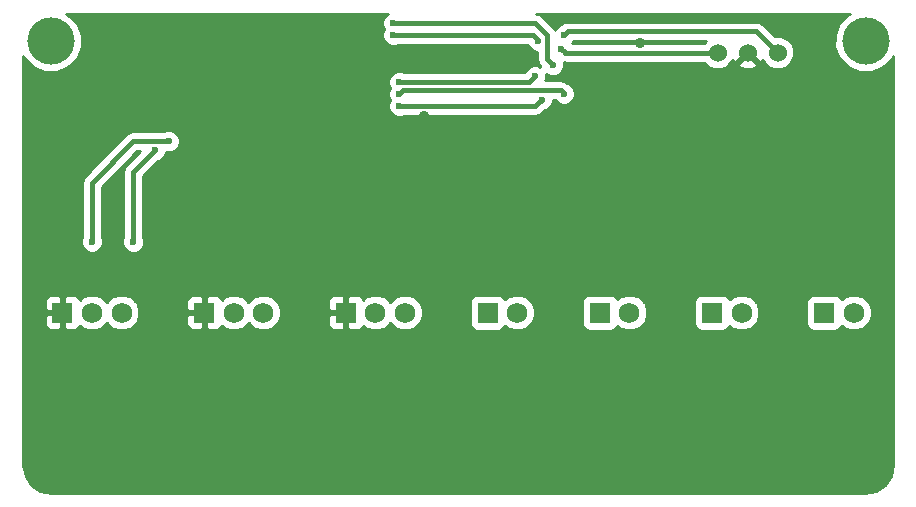
<source format=gbr>
G04 #@! TF.FileFunction,Copper,L2,Bot,Signal*
%FSLAX46Y46*%
G04 Gerber Fmt 4.6, Leading zero omitted, Abs format (unit mm)*
G04 Created by KiCad (PCBNEW 4.0.7-e2-6376~58~ubuntu16.04.1) date Wed Dec 26 14:08:54 2018*
%MOMM*%
%LPD*%
G01*
G04 APERTURE LIST*
%ADD10C,0.100000*%
%ADD11C,1.524000*%
%ADD12R,1.750000X1.750000*%
%ADD13C,1.750000*%
%ADD14C,4.000000*%
%ADD15C,0.900000*%
%ADD16C,0.600000*%
%ADD17C,0.400000*%
%ADD18C,0.254000*%
G04 APERTURE END LIST*
D10*
D11*
X200460000Y-91000000D03*
X203000000Y-91000000D03*
X205540000Y-91000000D03*
D12*
X145000000Y-113000000D03*
D13*
X147500000Y-113000000D03*
X150000000Y-113000000D03*
D12*
X157000000Y-113000000D03*
D13*
X159500000Y-113000000D03*
X162000000Y-113000000D03*
D12*
X169000000Y-113000000D03*
D13*
X171500000Y-113000000D03*
X174000000Y-113000000D03*
D12*
X181000000Y-113000000D03*
D13*
X183500000Y-113000000D03*
D12*
X190500000Y-113000000D03*
D13*
X193000000Y-113000000D03*
D12*
X200000000Y-113000000D03*
D13*
X202500000Y-113000000D03*
D12*
X209500000Y-113000000D03*
D13*
X212000000Y-113000000D03*
D14*
X144000000Y-90000000D03*
X213000000Y-90000000D03*
D15*
X193725000Y-93500000D03*
X194500000Y-97000000D03*
X175640925Y-96350010D03*
X157000000Y-92000000D03*
X175451014Y-90701165D03*
X180814289Y-90977649D03*
X193859075Y-90149990D03*
X212500000Y-106000000D03*
X203000000Y-106000000D03*
X193500000Y-106000000D03*
X184000000Y-106000000D03*
X175000000Y-104000000D03*
X163000000Y-104000000D03*
X163000000Y-93000000D03*
X144175000Y-97000000D03*
D16*
X147500000Y-107000000D03*
X154000000Y-98500000D03*
X173500000Y-93500000D03*
X185000000Y-93000000D03*
X152795312Y-99280999D03*
X187471190Y-94471026D03*
X151000000Y-107000000D03*
X173500000Y-94500000D03*
X186517596Y-92057086D03*
X173000000Y-88500000D03*
X185299990Y-90000000D03*
X173000000Y-89500000D03*
X187225000Y-90674990D03*
X187500000Y-89500000D03*
X185565133Y-94976714D03*
X173500000Y-95500000D03*
D17*
X147500000Y-102000000D02*
X147500000Y-107000000D01*
X151000000Y-98500000D02*
X147500000Y-102000000D01*
X154000000Y-98500000D02*
X151000000Y-98500000D01*
X184500000Y-93500000D02*
X173500000Y-93500000D01*
X185000000Y-93000000D02*
X184500000Y-93500000D01*
X152495313Y-99580998D02*
X152795312Y-99280999D01*
X151000000Y-101076311D02*
X152495313Y-99580998D01*
X151000000Y-107000000D02*
X151000000Y-101076311D01*
X173849710Y-94150290D02*
X187150454Y-94150290D01*
X173500000Y-94500000D02*
X173849710Y-94150290D01*
X187150454Y-94150290D02*
X187171191Y-94171027D01*
X187171191Y-94171027D02*
X187471190Y-94471026D01*
X186000000Y-89500000D02*
X186000000Y-91539491D01*
X186000000Y-91539491D02*
X186517596Y-92057087D01*
X185000000Y-88500000D02*
X186000000Y-89500000D01*
X173000000Y-88500000D02*
X185000000Y-88500000D01*
X184999991Y-89700001D02*
X185299990Y-90000000D01*
X173000000Y-89500000D02*
X184799990Y-89500000D01*
X184799990Y-89500000D02*
X184999991Y-89700001D01*
X187550010Y-91000000D02*
X187524999Y-90974989D01*
X200460000Y-91000000D02*
X187550010Y-91000000D01*
X187524999Y-90974989D02*
X187225000Y-90674990D01*
X203740001Y-89200001D02*
X204778001Y-90238001D01*
X187500000Y-89500000D02*
X187799999Y-89200001D01*
X187799999Y-89200001D02*
X203740001Y-89200001D01*
X204778001Y-90238001D02*
X205540000Y-91000000D01*
X185265134Y-95276713D02*
X185565133Y-94976714D01*
X185041847Y-95500000D02*
X185265134Y-95276713D01*
X173500000Y-95500000D02*
X185041847Y-95500000D01*
D18*
G36*
X172471057Y-87706883D02*
X172207808Y-87969673D01*
X172065162Y-88313201D01*
X172064838Y-88685167D01*
X172195069Y-89000351D01*
X172065162Y-89313201D01*
X172064838Y-89685167D01*
X172206883Y-90028943D01*
X172469673Y-90292192D01*
X172813201Y-90434838D01*
X173185167Y-90435162D01*
X173427578Y-90335000D01*
X184426738Y-90335000D01*
X184506873Y-90528943D01*
X184769663Y-90792192D01*
X185113191Y-90934838D01*
X185165000Y-90934883D01*
X185165000Y-91539491D01*
X185228561Y-91859032D01*
X185237172Y-91871919D01*
X185409566Y-92129925D01*
X185457001Y-92177360D01*
X185186799Y-92065162D01*
X184814833Y-92064838D01*
X184471057Y-92206883D01*
X184207808Y-92469673D01*
X184126701Y-92665000D01*
X173927234Y-92665000D01*
X173686799Y-92565162D01*
X173314833Y-92564838D01*
X172971057Y-92706883D01*
X172707808Y-92969673D01*
X172565162Y-93313201D01*
X172564838Y-93685167D01*
X172695069Y-94000351D01*
X172565162Y-94313201D01*
X172564838Y-94685167D01*
X172695069Y-95000351D01*
X172565162Y-95313201D01*
X172564838Y-95685167D01*
X172706883Y-96028943D01*
X172969673Y-96292192D01*
X173313201Y-96434838D01*
X173685167Y-96435162D01*
X173927578Y-96335000D01*
X185041847Y-96335000D01*
X185361388Y-96271439D01*
X185632281Y-96090434D01*
X185853468Y-95869248D01*
X186094076Y-95769831D01*
X186357325Y-95507041D01*
X186499971Y-95163513D01*
X186500126Y-94985290D01*
X186672008Y-94985290D01*
X186678073Y-94999969D01*
X186940863Y-95263218D01*
X187284391Y-95405864D01*
X187656357Y-95406188D01*
X188000133Y-95264143D01*
X188263382Y-95001353D01*
X188406028Y-94657825D01*
X188406352Y-94285859D01*
X188264307Y-93942083D01*
X188001517Y-93678834D01*
X187759280Y-93578248D01*
X187740888Y-93559856D01*
X187651307Y-93500000D01*
X187469995Y-93378851D01*
X187150454Y-93315290D01*
X185881484Y-93315290D01*
X185934838Y-93186799D01*
X185935162Y-92814833D01*
X185922646Y-92784542D01*
X185987269Y-92849278D01*
X186330797Y-92991924D01*
X186702763Y-92992248D01*
X187046539Y-92850203D01*
X187309788Y-92587413D01*
X187452434Y-92243885D01*
X187452758Y-91871919D01*
X187427429Y-91810617D01*
X187550010Y-91835000D01*
X199319609Y-91835000D01*
X199667630Y-92183629D01*
X200180900Y-92396757D01*
X200736661Y-92397242D01*
X201250303Y-92185010D01*
X201455457Y-91980213D01*
X202199392Y-91980213D01*
X202268857Y-92222397D01*
X202792302Y-92409144D01*
X203347368Y-92381362D01*
X203731143Y-92222397D01*
X203800608Y-91980213D01*
X203000000Y-91179605D01*
X202199392Y-91980213D01*
X201455457Y-91980213D01*
X201643629Y-91792370D01*
X201723395Y-91600273D01*
X201777603Y-91731143D01*
X202019787Y-91800608D01*
X202820395Y-91000000D01*
X202806253Y-90985858D01*
X202985858Y-90806253D01*
X203000000Y-90820395D01*
X203014143Y-90806253D01*
X203193748Y-90985858D01*
X203179605Y-91000000D01*
X203980213Y-91800608D01*
X204222397Y-91731143D01*
X204272509Y-91590682D01*
X204354990Y-91790303D01*
X204747630Y-92183629D01*
X205260900Y-92396757D01*
X205816661Y-92397242D01*
X206330303Y-92185010D01*
X206723629Y-91792370D01*
X206936757Y-91279100D01*
X206937242Y-90723339D01*
X206725010Y-90209697D01*
X206332370Y-89816371D01*
X205819100Y-89603243D01*
X205323679Y-89602811D01*
X204330435Y-88609567D01*
X204242060Y-88550517D01*
X204059542Y-88428562D01*
X203740001Y-88365001D01*
X187799999Y-88365001D01*
X187480459Y-88428561D01*
X187214401Y-88606335D01*
X186971057Y-88706883D01*
X186707808Y-88969673D01*
X186678215Y-89040940D01*
X186590434Y-88909566D01*
X185590434Y-87909566D01*
X185576414Y-87900198D01*
X185319541Y-87728561D01*
X185100546Y-87685000D01*
X211702601Y-87685000D01*
X211509342Y-87764853D01*
X210767458Y-88505443D01*
X210365458Y-89473567D01*
X210364543Y-90521834D01*
X210764853Y-91490658D01*
X211505443Y-92232542D01*
X212473567Y-92634542D01*
X213521834Y-92635457D01*
X214490658Y-92235147D01*
X215232542Y-91494557D01*
X215315000Y-91295976D01*
X215315000Y-125932533D01*
X215126383Y-126880775D01*
X214627463Y-127627463D01*
X213880777Y-128126383D01*
X212932533Y-128315000D01*
X144067467Y-128315000D01*
X143119225Y-128126383D01*
X142372537Y-127627463D01*
X141873617Y-126880777D01*
X141685000Y-125932533D01*
X141685000Y-113285750D01*
X143490000Y-113285750D01*
X143490000Y-114001310D01*
X143586673Y-114234699D01*
X143765302Y-114413327D01*
X143998691Y-114510000D01*
X144714250Y-114510000D01*
X144873000Y-114351250D01*
X144873000Y-113127000D01*
X143648750Y-113127000D01*
X143490000Y-113285750D01*
X141685000Y-113285750D01*
X141685000Y-111998690D01*
X143490000Y-111998690D01*
X143490000Y-112714250D01*
X143648750Y-112873000D01*
X144873000Y-112873000D01*
X144873000Y-111648750D01*
X145127000Y-111648750D01*
X145127000Y-112873000D01*
X145147000Y-112873000D01*
X145147000Y-113127000D01*
X145127000Y-113127000D01*
X145127000Y-114351250D01*
X145285750Y-114510000D01*
X146001309Y-114510000D01*
X146234698Y-114413327D01*
X146413327Y-114234699D01*
X146467760Y-114103286D01*
X146643537Y-114279370D01*
X147198325Y-114509738D01*
X147799040Y-114510262D01*
X148354229Y-114280862D01*
X148750318Y-113885464D01*
X149143537Y-114279370D01*
X149698325Y-114509738D01*
X150299040Y-114510262D01*
X150854229Y-114280862D01*
X151279370Y-113856463D01*
X151509738Y-113301675D01*
X151509751Y-113285750D01*
X155490000Y-113285750D01*
X155490000Y-114001310D01*
X155586673Y-114234699D01*
X155765302Y-114413327D01*
X155998691Y-114510000D01*
X156714250Y-114510000D01*
X156873000Y-114351250D01*
X156873000Y-113127000D01*
X155648750Y-113127000D01*
X155490000Y-113285750D01*
X151509751Y-113285750D01*
X151510262Y-112700960D01*
X151280862Y-112145771D01*
X151134038Y-111998690D01*
X155490000Y-111998690D01*
X155490000Y-112714250D01*
X155648750Y-112873000D01*
X156873000Y-112873000D01*
X156873000Y-111648750D01*
X157127000Y-111648750D01*
X157127000Y-112873000D01*
X157147000Y-112873000D01*
X157147000Y-113127000D01*
X157127000Y-113127000D01*
X157127000Y-114351250D01*
X157285750Y-114510000D01*
X158001309Y-114510000D01*
X158234698Y-114413327D01*
X158413327Y-114234699D01*
X158467760Y-114103286D01*
X158643537Y-114279370D01*
X159198325Y-114509738D01*
X159799040Y-114510262D01*
X160354229Y-114280862D01*
X160750318Y-113885464D01*
X161143537Y-114279370D01*
X161698325Y-114509738D01*
X162299040Y-114510262D01*
X162854229Y-114280862D01*
X163279370Y-113856463D01*
X163509738Y-113301675D01*
X163509751Y-113285750D01*
X167490000Y-113285750D01*
X167490000Y-114001310D01*
X167586673Y-114234699D01*
X167765302Y-114413327D01*
X167998691Y-114510000D01*
X168714250Y-114510000D01*
X168873000Y-114351250D01*
X168873000Y-113127000D01*
X167648750Y-113127000D01*
X167490000Y-113285750D01*
X163509751Y-113285750D01*
X163510262Y-112700960D01*
X163280862Y-112145771D01*
X163134038Y-111998690D01*
X167490000Y-111998690D01*
X167490000Y-112714250D01*
X167648750Y-112873000D01*
X168873000Y-112873000D01*
X168873000Y-111648750D01*
X169127000Y-111648750D01*
X169127000Y-112873000D01*
X169147000Y-112873000D01*
X169147000Y-113127000D01*
X169127000Y-113127000D01*
X169127000Y-114351250D01*
X169285750Y-114510000D01*
X170001309Y-114510000D01*
X170234698Y-114413327D01*
X170413327Y-114234699D01*
X170467760Y-114103286D01*
X170643537Y-114279370D01*
X171198325Y-114509738D01*
X171799040Y-114510262D01*
X172354229Y-114280862D01*
X172750318Y-113885464D01*
X173143537Y-114279370D01*
X173698325Y-114509738D01*
X174299040Y-114510262D01*
X174854229Y-114280862D01*
X175279370Y-113856463D01*
X175509738Y-113301675D01*
X175510262Y-112700960D01*
X175280862Y-112145771D01*
X175260128Y-112125000D01*
X179477560Y-112125000D01*
X179477560Y-113875000D01*
X179521838Y-114110317D01*
X179660910Y-114326441D01*
X179873110Y-114471431D01*
X180125000Y-114522440D01*
X181875000Y-114522440D01*
X182110317Y-114478162D01*
X182326441Y-114339090D01*
X182471431Y-114126890D01*
X182474786Y-114110324D01*
X182643537Y-114279370D01*
X183198325Y-114509738D01*
X183799040Y-114510262D01*
X184354229Y-114280862D01*
X184779370Y-113856463D01*
X185009738Y-113301675D01*
X185010262Y-112700960D01*
X184780862Y-112145771D01*
X184760128Y-112125000D01*
X188977560Y-112125000D01*
X188977560Y-113875000D01*
X189021838Y-114110317D01*
X189160910Y-114326441D01*
X189373110Y-114471431D01*
X189625000Y-114522440D01*
X191375000Y-114522440D01*
X191610317Y-114478162D01*
X191826441Y-114339090D01*
X191971431Y-114126890D01*
X191974786Y-114110324D01*
X192143537Y-114279370D01*
X192698325Y-114509738D01*
X193299040Y-114510262D01*
X193854229Y-114280862D01*
X194279370Y-113856463D01*
X194509738Y-113301675D01*
X194510262Y-112700960D01*
X194280862Y-112145771D01*
X194260128Y-112125000D01*
X198477560Y-112125000D01*
X198477560Y-113875000D01*
X198521838Y-114110317D01*
X198660910Y-114326441D01*
X198873110Y-114471431D01*
X199125000Y-114522440D01*
X200875000Y-114522440D01*
X201110317Y-114478162D01*
X201326441Y-114339090D01*
X201471431Y-114126890D01*
X201474786Y-114110324D01*
X201643537Y-114279370D01*
X202198325Y-114509738D01*
X202799040Y-114510262D01*
X203354229Y-114280862D01*
X203779370Y-113856463D01*
X204009738Y-113301675D01*
X204010262Y-112700960D01*
X203780862Y-112145771D01*
X203760128Y-112125000D01*
X207977560Y-112125000D01*
X207977560Y-113875000D01*
X208021838Y-114110317D01*
X208160910Y-114326441D01*
X208373110Y-114471431D01*
X208625000Y-114522440D01*
X210375000Y-114522440D01*
X210610317Y-114478162D01*
X210826441Y-114339090D01*
X210971431Y-114126890D01*
X210974786Y-114110324D01*
X211143537Y-114279370D01*
X211698325Y-114509738D01*
X212299040Y-114510262D01*
X212854229Y-114280862D01*
X213279370Y-113856463D01*
X213509738Y-113301675D01*
X213510262Y-112700960D01*
X213280862Y-112145771D01*
X212856463Y-111720630D01*
X212301675Y-111490262D01*
X211700960Y-111489738D01*
X211145771Y-111719138D01*
X210976897Y-111887717D01*
X210839090Y-111673559D01*
X210626890Y-111528569D01*
X210375000Y-111477560D01*
X208625000Y-111477560D01*
X208389683Y-111521838D01*
X208173559Y-111660910D01*
X208028569Y-111873110D01*
X207977560Y-112125000D01*
X203760128Y-112125000D01*
X203356463Y-111720630D01*
X202801675Y-111490262D01*
X202200960Y-111489738D01*
X201645771Y-111719138D01*
X201476897Y-111887717D01*
X201339090Y-111673559D01*
X201126890Y-111528569D01*
X200875000Y-111477560D01*
X199125000Y-111477560D01*
X198889683Y-111521838D01*
X198673559Y-111660910D01*
X198528569Y-111873110D01*
X198477560Y-112125000D01*
X194260128Y-112125000D01*
X193856463Y-111720630D01*
X193301675Y-111490262D01*
X192700960Y-111489738D01*
X192145771Y-111719138D01*
X191976897Y-111887717D01*
X191839090Y-111673559D01*
X191626890Y-111528569D01*
X191375000Y-111477560D01*
X189625000Y-111477560D01*
X189389683Y-111521838D01*
X189173559Y-111660910D01*
X189028569Y-111873110D01*
X188977560Y-112125000D01*
X184760128Y-112125000D01*
X184356463Y-111720630D01*
X183801675Y-111490262D01*
X183200960Y-111489738D01*
X182645771Y-111719138D01*
X182476897Y-111887717D01*
X182339090Y-111673559D01*
X182126890Y-111528569D01*
X181875000Y-111477560D01*
X180125000Y-111477560D01*
X179889683Y-111521838D01*
X179673559Y-111660910D01*
X179528569Y-111873110D01*
X179477560Y-112125000D01*
X175260128Y-112125000D01*
X174856463Y-111720630D01*
X174301675Y-111490262D01*
X173700960Y-111489738D01*
X173145771Y-111719138D01*
X172749682Y-112114536D01*
X172356463Y-111720630D01*
X171801675Y-111490262D01*
X171200960Y-111489738D01*
X170645771Y-111719138D01*
X170467797Y-111896802D01*
X170413327Y-111765301D01*
X170234698Y-111586673D01*
X170001309Y-111490000D01*
X169285750Y-111490000D01*
X169127000Y-111648750D01*
X168873000Y-111648750D01*
X168714250Y-111490000D01*
X167998691Y-111490000D01*
X167765302Y-111586673D01*
X167586673Y-111765301D01*
X167490000Y-111998690D01*
X163134038Y-111998690D01*
X162856463Y-111720630D01*
X162301675Y-111490262D01*
X161700960Y-111489738D01*
X161145771Y-111719138D01*
X160749682Y-112114536D01*
X160356463Y-111720630D01*
X159801675Y-111490262D01*
X159200960Y-111489738D01*
X158645771Y-111719138D01*
X158467797Y-111896802D01*
X158413327Y-111765301D01*
X158234698Y-111586673D01*
X158001309Y-111490000D01*
X157285750Y-111490000D01*
X157127000Y-111648750D01*
X156873000Y-111648750D01*
X156714250Y-111490000D01*
X155998691Y-111490000D01*
X155765302Y-111586673D01*
X155586673Y-111765301D01*
X155490000Y-111998690D01*
X151134038Y-111998690D01*
X150856463Y-111720630D01*
X150301675Y-111490262D01*
X149700960Y-111489738D01*
X149145771Y-111719138D01*
X148749682Y-112114536D01*
X148356463Y-111720630D01*
X147801675Y-111490262D01*
X147200960Y-111489738D01*
X146645771Y-111719138D01*
X146467797Y-111896802D01*
X146413327Y-111765301D01*
X146234698Y-111586673D01*
X146001309Y-111490000D01*
X145285750Y-111490000D01*
X145127000Y-111648750D01*
X144873000Y-111648750D01*
X144714250Y-111490000D01*
X143998691Y-111490000D01*
X143765302Y-111586673D01*
X143586673Y-111765301D01*
X143490000Y-111998690D01*
X141685000Y-111998690D01*
X141685000Y-107185167D01*
X146564838Y-107185167D01*
X146706883Y-107528943D01*
X146969673Y-107792192D01*
X147313201Y-107934838D01*
X147685167Y-107935162D01*
X148028943Y-107793117D01*
X148292192Y-107530327D01*
X148434838Y-107186799D01*
X148435162Y-106814833D01*
X148335000Y-106572422D01*
X148335000Y-102345868D01*
X151345868Y-99335000D01*
X151560443Y-99335000D01*
X150409566Y-100485877D01*
X150228561Y-100756770D01*
X150165000Y-101076311D01*
X150165000Y-106572766D01*
X150065162Y-106813201D01*
X150064838Y-107185167D01*
X150206883Y-107528943D01*
X150469673Y-107792192D01*
X150813201Y-107934838D01*
X151185167Y-107935162D01*
X151528943Y-107793117D01*
X151792192Y-107530327D01*
X151934838Y-107186799D01*
X151935162Y-106814833D01*
X151835000Y-106572422D01*
X151835000Y-101422179D01*
X153083645Y-100173534D01*
X153324255Y-100074116D01*
X153587504Y-99811326D01*
X153730150Y-99467798D01*
X153730209Y-99400376D01*
X153813201Y-99434838D01*
X154185167Y-99435162D01*
X154528943Y-99293117D01*
X154792192Y-99030327D01*
X154934838Y-98686799D01*
X154935162Y-98314833D01*
X154793117Y-97971057D01*
X154530327Y-97707808D01*
X154186799Y-97565162D01*
X153814833Y-97564838D01*
X153572422Y-97665000D01*
X151000000Y-97665000D01*
X150680459Y-97728561D01*
X150409566Y-97909566D01*
X146909566Y-101409566D01*
X146728561Y-101680459D01*
X146665000Y-102000000D01*
X146665000Y-106572766D01*
X146565162Y-106813201D01*
X146564838Y-107185167D01*
X141685000Y-107185167D01*
X141685000Y-91297399D01*
X141764853Y-91490658D01*
X142505443Y-92232542D01*
X143473567Y-92634542D01*
X144521834Y-92635457D01*
X145490658Y-92235147D01*
X146232542Y-91494557D01*
X146634542Y-90526433D01*
X146635457Y-89478166D01*
X146235147Y-88509342D01*
X145494557Y-87767458D01*
X145295976Y-87685000D01*
X172524018Y-87685000D01*
X172471057Y-87706883D01*
X172471057Y-87706883D01*
G37*
X172471057Y-87706883D02*
X172207808Y-87969673D01*
X172065162Y-88313201D01*
X172064838Y-88685167D01*
X172195069Y-89000351D01*
X172065162Y-89313201D01*
X172064838Y-89685167D01*
X172206883Y-90028943D01*
X172469673Y-90292192D01*
X172813201Y-90434838D01*
X173185167Y-90435162D01*
X173427578Y-90335000D01*
X184426738Y-90335000D01*
X184506873Y-90528943D01*
X184769663Y-90792192D01*
X185113191Y-90934838D01*
X185165000Y-90934883D01*
X185165000Y-91539491D01*
X185228561Y-91859032D01*
X185237172Y-91871919D01*
X185409566Y-92129925D01*
X185457001Y-92177360D01*
X185186799Y-92065162D01*
X184814833Y-92064838D01*
X184471057Y-92206883D01*
X184207808Y-92469673D01*
X184126701Y-92665000D01*
X173927234Y-92665000D01*
X173686799Y-92565162D01*
X173314833Y-92564838D01*
X172971057Y-92706883D01*
X172707808Y-92969673D01*
X172565162Y-93313201D01*
X172564838Y-93685167D01*
X172695069Y-94000351D01*
X172565162Y-94313201D01*
X172564838Y-94685167D01*
X172695069Y-95000351D01*
X172565162Y-95313201D01*
X172564838Y-95685167D01*
X172706883Y-96028943D01*
X172969673Y-96292192D01*
X173313201Y-96434838D01*
X173685167Y-96435162D01*
X173927578Y-96335000D01*
X185041847Y-96335000D01*
X185361388Y-96271439D01*
X185632281Y-96090434D01*
X185853468Y-95869248D01*
X186094076Y-95769831D01*
X186357325Y-95507041D01*
X186499971Y-95163513D01*
X186500126Y-94985290D01*
X186672008Y-94985290D01*
X186678073Y-94999969D01*
X186940863Y-95263218D01*
X187284391Y-95405864D01*
X187656357Y-95406188D01*
X188000133Y-95264143D01*
X188263382Y-95001353D01*
X188406028Y-94657825D01*
X188406352Y-94285859D01*
X188264307Y-93942083D01*
X188001517Y-93678834D01*
X187759280Y-93578248D01*
X187740888Y-93559856D01*
X187651307Y-93500000D01*
X187469995Y-93378851D01*
X187150454Y-93315290D01*
X185881484Y-93315290D01*
X185934838Y-93186799D01*
X185935162Y-92814833D01*
X185922646Y-92784542D01*
X185987269Y-92849278D01*
X186330797Y-92991924D01*
X186702763Y-92992248D01*
X187046539Y-92850203D01*
X187309788Y-92587413D01*
X187452434Y-92243885D01*
X187452758Y-91871919D01*
X187427429Y-91810617D01*
X187550010Y-91835000D01*
X199319609Y-91835000D01*
X199667630Y-92183629D01*
X200180900Y-92396757D01*
X200736661Y-92397242D01*
X201250303Y-92185010D01*
X201455457Y-91980213D01*
X202199392Y-91980213D01*
X202268857Y-92222397D01*
X202792302Y-92409144D01*
X203347368Y-92381362D01*
X203731143Y-92222397D01*
X203800608Y-91980213D01*
X203000000Y-91179605D01*
X202199392Y-91980213D01*
X201455457Y-91980213D01*
X201643629Y-91792370D01*
X201723395Y-91600273D01*
X201777603Y-91731143D01*
X202019787Y-91800608D01*
X202820395Y-91000000D01*
X202806253Y-90985858D01*
X202985858Y-90806253D01*
X203000000Y-90820395D01*
X203014143Y-90806253D01*
X203193748Y-90985858D01*
X203179605Y-91000000D01*
X203980213Y-91800608D01*
X204222397Y-91731143D01*
X204272509Y-91590682D01*
X204354990Y-91790303D01*
X204747630Y-92183629D01*
X205260900Y-92396757D01*
X205816661Y-92397242D01*
X206330303Y-92185010D01*
X206723629Y-91792370D01*
X206936757Y-91279100D01*
X206937242Y-90723339D01*
X206725010Y-90209697D01*
X206332370Y-89816371D01*
X205819100Y-89603243D01*
X205323679Y-89602811D01*
X204330435Y-88609567D01*
X204242060Y-88550517D01*
X204059542Y-88428562D01*
X203740001Y-88365001D01*
X187799999Y-88365001D01*
X187480459Y-88428561D01*
X187214401Y-88606335D01*
X186971057Y-88706883D01*
X186707808Y-88969673D01*
X186678215Y-89040940D01*
X186590434Y-88909566D01*
X185590434Y-87909566D01*
X185576414Y-87900198D01*
X185319541Y-87728561D01*
X185100546Y-87685000D01*
X211702601Y-87685000D01*
X211509342Y-87764853D01*
X210767458Y-88505443D01*
X210365458Y-89473567D01*
X210364543Y-90521834D01*
X210764853Y-91490658D01*
X211505443Y-92232542D01*
X212473567Y-92634542D01*
X213521834Y-92635457D01*
X214490658Y-92235147D01*
X215232542Y-91494557D01*
X215315000Y-91295976D01*
X215315000Y-125932533D01*
X215126383Y-126880775D01*
X214627463Y-127627463D01*
X213880777Y-128126383D01*
X212932533Y-128315000D01*
X144067467Y-128315000D01*
X143119225Y-128126383D01*
X142372537Y-127627463D01*
X141873617Y-126880777D01*
X141685000Y-125932533D01*
X141685000Y-113285750D01*
X143490000Y-113285750D01*
X143490000Y-114001310D01*
X143586673Y-114234699D01*
X143765302Y-114413327D01*
X143998691Y-114510000D01*
X144714250Y-114510000D01*
X144873000Y-114351250D01*
X144873000Y-113127000D01*
X143648750Y-113127000D01*
X143490000Y-113285750D01*
X141685000Y-113285750D01*
X141685000Y-111998690D01*
X143490000Y-111998690D01*
X143490000Y-112714250D01*
X143648750Y-112873000D01*
X144873000Y-112873000D01*
X144873000Y-111648750D01*
X145127000Y-111648750D01*
X145127000Y-112873000D01*
X145147000Y-112873000D01*
X145147000Y-113127000D01*
X145127000Y-113127000D01*
X145127000Y-114351250D01*
X145285750Y-114510000D01*
X146001309Y-114510000D01*
X146234698Y-114413327D01*
X146413327Y-114234699D01*
X146467760Y-114103286D01*
X146643537Y-114279370D01*
X147198325Y-114509738D01*
X147799040Y-114510262D01*
X148354229Y-114280862D01*
X148750318Y-113885464D01*
X149143537Y-114279370D01*
X149698325Y-114509738D01*
X150299040Y-114510262D01*
X150854229Y-114280862D01*
X151279370Y-113856463D01*
X151509738Y-113301675D01*
X151509751Y-113285750D01*
X155490000Y-113285750D01*
X155490000Y-114001310D01*
X155586673Y-114234699D01*
X155765302Y-114413327D01*
X155998691Y-114510000D01*
X156714250Y-114510000D01*
X156873000Y-114351250D01*
X156873000Y-113127000D01*
X155648750Y-113127000D01*
X155490000Y-113285750D01*
X151509751Y-113285750D01*
X151510262Y-112700960D01*
X151280862Y-112145771D01*
X151134038Y-111998690D01*
X155490000Y-111998690D01*
X155490000Y-112714250D01*
X155648750Y-112873000D01*
X156873000Y-112873000D01*
X156873000Y-111648750D01*
X157127000Y-111648750D01*
X157127000Y-112873000D01*
X157147000Y-112873000D01*
X157147000Y-113127000D01*
X157127000Y-113127000D01*
X157127000Y-114351250D01*
X157285750Y-114510000D01*
X158001309Y-114510000D01*
X158234698Y-114413327D01*
X158413327Y-114234699D01*
X158467760Y-114103286D01*
X158643537Y-114279370D01*
X159198325Y-114509738D01*
X159799040Y-114510262D01*
X160354229Y-114280862D01*
X160750318Y-113885464D01*
X161143537Y-114279370D01*
X161698325Y-114509738D01*
X162299040Y-114510262D01*
X162854229Y-114280862D01*
X163279370Y-113856463D01*
X163509738Y-113301675D01*
X163509751Y-113285750D01*
X167490000Y-113285750D01*
X167490000Y-114001310D01*
X167586673Y-114234699D01*
X167765302Y-114413327D01*
X167998691Y-114510000D01*
X168714250Y-114510000D01*
X168873000Y-114351250D01*
X168873000Y-113127000D01*
X167648750Y-113127000D01*
X167490000Y-113285750D01*
X163509751Y-113285750D01*
X163510262Y-112700960D01*
X163280862Y-112145771D01*
X163134038Y-111998690D01*
X167490000Y-111998690D01*
X167490000Y-112714250D01*
X167648750Y-112873000D01*
X168873000Y-112873000D01*
X168873000Y-111648750D01*
X169127000Y-111648750D01*
X169127000Y-112873000D01*
X169147000Y-112873000D01*
X169147000Y-113127000D01*
X169127000Y-113127000D01*
X169127000Y-114351250D01*
X169285750Y-114510000D01*
X170001309Y-114510000D01*
X170234698Y-114413327D01*
X170413327Y-114234699D01*
X170467760Y-114103286D01*
X170643537Y-114279370D01*
X171198325Y-114509738D01*
X171799040Y-114510262D01*
X172354229Y-114280862D01*
X172750318Y-113885464D01*
X173143537Y-114279370D01*
X173698325Y-114509738D01*
X174299040Y-114510262D01*
X174854229Y-114280862D01*
X175279370Y-113856463D01*
X175509738Y-113301675D01*
X175510262Y-112700960D01*
X175280862Y-112145771D01*
X175260128Y-112125000D01*
X179477560Y-112125000D01*
X179477560Y-113875000D01*
X179521838Y-114110317D01*
X179660910Y-114326441D01*
X179873110Y-114471431D01*
X180125000Y-114522440D01*
X181875000Y-114522440D01*
X182110317Y-114478162D01*
X182326441Y-114339090D01*
X182471431Y-114126890D01*
X182474786Y-114110324D01*
X182643537Y-114279370D01*
X183198325Y-114509738D01*
X183799040Y-114510262D01*
X184354229Y-114280862D01*
X184779370Y-113856463D01*
X185009738Y-113301675D01*
X185010262Y-112700960D01*
X184780862Y-112145771D01*
X184760128Y-112125000D01*
X188977560Y-112125000D01*
X188977560Y-113875000D01*
X189021838Y-114110317D01*
X189160910Y-114326441D01*
X189373110Y-114471431D01*
X189625000Y-114522440D01*
X191375000Y-114522440D01*
X191610317Y-114478162D01*
X191826441Y-114339090D01*
X191971431Y-114126890D01*
X191974786Y-114110324D01*
X192143537Y-114279370D01*
X192698325Y-114509738D01*
X193299040Y-114510262D01*
X193854229Y-114280862D01*
X194279370Y-113856463D01*
X194509738Y-113301675D01*
X194510262Y-112700960D01*
X194280862Y-112145771D01*
X194260128Y-112125000D01*
X198477560Y-112125000D01*
X198477560Y-113875000D01*
X198521838Y-114110317D01*
X198660910Y-114326441D01*
X198873110Y-114471431D01*
X199125000Y-114522440D01*
X200875000Y-114522440D01*
X201110317Y-114478162D01*
X201326441Y-114339090D01*
X201471431Y-114126890D01*
X201474786Y-114110324D01*
X201643537Y-114279370D01*
X202198325Y-114509738D01*
X202799040Y-114510262D01*
X203354229Y-114280862D01*
X203779370Y-113856463D01*
X204009738Y-113301675D01*
X204010262Y-112700960D01*
X203780862Y-112145771D01*
X203760128Y-112125000D01*
X207977560Y-112125000D01*
X207977560Y-113875000D01*
X208021838Y-114110317D01*
X208160910Y-114326441D01*
X208373110Y-114471431D01*
X208625000Y-114522440D01*
X210375000Y-114522440D01*
X210610317Y-114478162D01*
X210826441Y-114339090D01*
X210971431Y-114126890D01*
X210974786Y-114110324D01*
X211143537Y-114279370D01*
X211698325Y-114509738D01*
X212299040Y-114510262D01*
X212854229Y-114280862D01*
X213279370Y-113856463D01*
X213509738Y-113301675D01*
X213510262Y-112700960D01*
X213280862Y-112145771D01*
X212856463Y-111720630D01*
X212301675Y-111490262D01*
X211700960Y-111489738D01*
X211145771Y-111719138D01*
X210976897Y-111887717D01*
X210839090Y-111673559D01*
X210626890Y-111528569D01*
X210375000Y-111477560D01*
X208625000Y-111477560D01*
X208389683Y-111521838D01*
X208173559Y-111660910D01*
X208028569Y-111873110D01*
X207977560Y-112125000D01*
X203760128Y-112125000D01*
X203356463Y-111720630D01*
X202801675Y-111490262D01*
X202200960Y-111489738D01*
X201645771Y-111719138D01*
X201476897Y-111887717D01*
X201339090Y-111673559D01*
X201126890Y-111528569D01*
X200875000Y-111477560D01*
X199125000Y-111477560D01*
X198889683Y-111521838D01*
X198673559Y-111660910D01*
X198528569Y-111873110D01*
X198477560Y-112125000D01*
X194260128Y-112125000D01*
X193856463Y-111720630D01*
X193301675Y-111490262D01*
X192700960Y-111489738D01*
X192145771Y-111719138D01*
X191976897Y-111887717D01*
X191839090Y-111673559D01*
X191626890Y-111528569D01*
X191375000Y-111477560D01*
X189625000Y-111477560D01*
X189389683Y-111521838D01*
X189173559Y-111660910D01*
X189028569Y-111873110D01*
X188977560Y-112125000D01*
X184760128Y-112125000D01*
X184356463Y-111720630D01*
X183801675Y-111490262D01*
X183200960Y-111489738D01*
X182645771Y-111719138D01*
X182476897Y-111887717D01*
X182339090Y-111673559D01*
X182126890Y-111528569D01*
X181875000Y-111477560D01*
X180125000Y-111477560D01*
X179889683Y-111521838D01*
X179673559Y-111660910D01*
X179528569Y-111873110D01*
X179477560Y-112125000D01*
X175260128Y-112125000D01*
X174856463Y-111720630D01*
X174301675Y-111490262D01*
X173700960Y-111489738D01*
X173145771Y-111719138D01*
X172749682Y-112114536D01*
X172356463Y-111720630D01*
X171801675Y-111490262D01*
X171200960Y-111489738D01*
X170645771Y-111719138D01*
X170467797Y-111896802D01*
X170413327Y-111765301D01*
X170234698Y-111586673D01*
X170001309Y-111490000D01*
X169285750Y-111490000D01*
X169127000Y-111648750D01*
X168873000Y-111648750D01*
X168714250Y-111490000D01*
X167998691Y-111490000D01*
X167765302Y-111586673D01*
X167586673Y-111765301D01*
X167490000Y-111998690D01*
X163134038Y-111998690D01*
X162856463Y-111720630D01*
X162301675Y-111490262D01*
X161700960Y-111489738D01*
X161145771Y-111719138D01*
X160749682Y-112114536D01*
X160356463Y-111720630D01*
X159801675Y-111490262D01*
X159200960Y-111489738D01*
X158645771Y-111719138D01*
X158467797Y-111896802D01*
X158413327Y-111765301D01*
X158234698Y-111586673D01*
X158001309Y-111490000D01*
X157285750Y-111490000D01*
X157127000Y-111648750D01*
X156873000Y-111648750D01*
X156714250Y-111490000D01*
X155998691Y-111490000D01*
X155765302Y-111586673D01*
X155586673Y-111765301D01*
X155490000Y-111998690D01*
X151134038Y-111998690D01*
X150856463Y-111720630D01*
X150301675Y-111490262D01*
X149700960Y-111489738D01*
X149145771Y-111719138D01*
X148749682Y-112114536D01*
X148356463Y-111720630D01*
X147801675Y-111490262D01*
X147200960Y-111489738D01*
X146645771Y-111719138D01*
X146467797Y-111896802D01*
X146413327Y-111765301D01*
X146234698Y-111586673D01*
X146001309Y-111490000D01*
X145285750Y-111490000D01*
X145127000Y-111648750D01*
X144873000Y-111648750D01*
X144714250Y-111490000D01*
X143998691Y-111490000D01*
X143765302Y-111586673D01*
X143586673Y-111765301D01*
X143490000Y-111998690D01*
X141685000Y-111998690D01*
X141685000Y-107185167D01*
X146564838Y-107185167D01*
X146706883Y-107528943D01*
X146969673Y-107792192D01*
X147313201Y-107934838D01*
X147685167Y-107935162D01*
X148028943Y-107793117D01*
X148292192Y-107530327D01*
X148434838Y-107186799D01*
X148435162Y-106814833D01*
X148335000Y-106572422D01*
X148335000Y-102345868D01*
X151345868Y-99335000D01*
X151560443Y-99335000D01*
X150409566Y-100485877D01*
X150228561Y-100756770D01*
X150165000Y-101076311D01*
X150165000Y-106572766D01*
X150065162Y-106813201D01*
X150064838Y-107185167D01*
X150206883Y-107528943D01*
X150469673Y-107792192D01*
X150813201Y-107934838D01*
X151185167Y-107935162D01*
X151528943Y-107793117D01*
X151792192Y-107530327D01*
X151934838Y-107186799D01*
X151935162Y-106814833D01*
X151835000Y-106572422D01*
X151835000Y-101422179D01*
X153083645Y-100173534D01*
X153324255Y-100074116D01*
X153587504Y-99811326D01*
X153730150Y-99467798D01*
X153730209Y-99400376D01*
X153813201Y-99434838D01*
X154185167Y-99435162D01*
X154528943Y-99293117D01*
X154792192Y-99030327D01*
X154934838Y-98686799D01*
X154935162Y-98314833D01*
X154793117Y-97971057D01*
X154530327Y-97707808D01*
X154186799Y-97565162D01*
X153814833Y-97564838D01*
X153572422Y-97665000D01*
X151000000Y-97665000D01*
X150680459Y-97728561D01*
X150409566Y-97909566D01*
X146909566Y-101409566D01*
X146728561Y-101680459D01*
X146665000Y-102000000D01*
X146665000Y-106572766D01*
X146565162Y-106813201D01*
X146564838Y-107185167D01*
X141685000Y-107185167D01*
X141685000Y-91297399D01*
X141764853Y-91490658D01*
X142505443Y-92232542D01*
X143473567Y-92634542D01*
X144521834Y-92635457D01*
X145490658Y-92235147D01*
X146232542Y-91494557D01*
X146634542Y-90526433D01*
X146635457Y-89478166D01*
X146235147Y-88509342D01*
X145494557Y-87767458D01*
X145295976Y-87685000D01*
X172524018Y-87685000D01*
X172471057Y-87706883D01*
G36*
X199319075Y-90165000D02*
X188157284Y-90165000D01*
X188287510Y-90035001D01*
X199449302Y-90035001D01*
X199319075Y-90165000D01*
X199319075Y-90165000D01*
G37*
X199319075Y-90165000D02*
X188157284Y-90165000D01*
X188287510Y-90035001D01*
X199449302Y-90035001D01*
X199319075Y-90165000D01*
M02*

</source>
